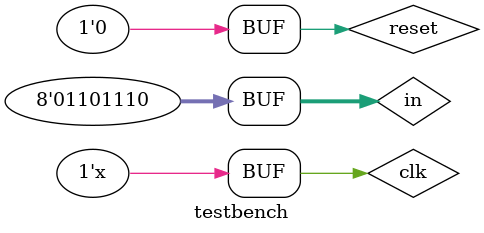
<source format=v>
`timescale 1ns / 1ps


module testbench;

	// Inputs
	reg clk;
	reg reset;
	reg [7:0] in;

	// Outputs
	wire result;

	// Instantiate the Unit Under Test (UUT)
	BlockChecker uut (
		.clk(clk), 
		.reset(reset), 
		.in(in), 
		.result(result)
	);

	initial begin
		// Initialize Inputs
		clk = 0;
		reset = 0;
		in = "a";
		#10;
		in = " ";
		#10;
		in = "B";
		#10;
		in = "E";
		#10;
		in = "g";
		#10;
		in = "I";
		#10;
		in = "n";
		#10;
		in = " ";
		#10;
		in = "E";
		#10;
		in = "n";
		#10;
		in = "d";
		#10;
		in = "c";
		#10;
		in = " ";
		#10;
		in = "e";
		#10;
		in = "n";
		#10;
		in = "d";
		#10;
		in = " ";
		#10;
		in = "B";
		#10;
		in = "E";
		#10;
		in = "g";
		#10;
		in = "I";
		#10;
		in = "n";
		#10;

		// Wait 100 ns for global reset to finish
		#100;
        
		// Add stimulus here

	end
	always #5 clk = ~clk;
      
endmodule


</source>
